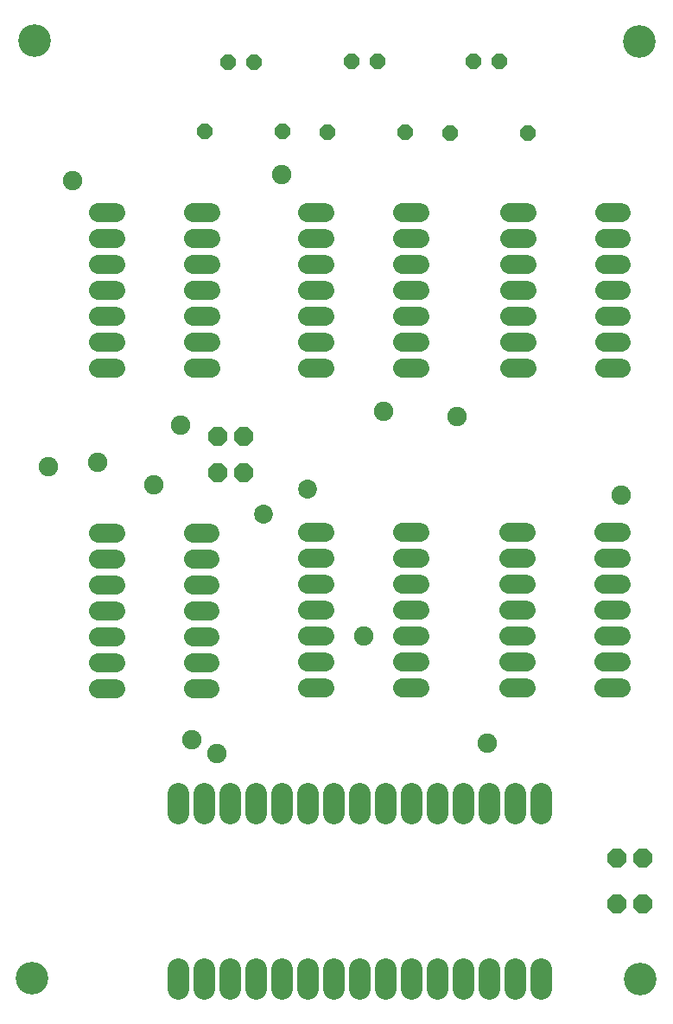
<source format=gts>
G75*
%MOIN*%
%OFA0B0*%
%FSLAX25Y25*%
%IPPOS*%
%LPD*%
%AMOC8*
5,1,8,0,0,1.08239X$1,22.5*
%
%ADD10C,0.12611*%
%ADD11OC8,0.06000*%
%ADD12C,0.07400*%
%ADD13C,0.08477*%
%ADD14OC8,0.07100*%
%ADD15C,0.07493*%
%ADD16C,0.07300*%
D10*
X0016840Y0023536D03*
X0251477Y0023383D03*
X0250908Y0384745D03*
X0017713Y0385161D03*
D11*
X0083288Y0350185D03*
X0092460Y0377019D03*
X0102460Y0377019D03*
X0113288Y0350185D03*
X0130614Y0349861D03*
X0140059Y0377069D03*
X0150059Y0377069D03*
X0160614Y0349861D03*
X0177877Y0349668D03*
X0186967Y0377087D03*
X0196967Y0377087D03*
X0207877Y0349668D03*
D12*
X0207540Y0318807D02*
X0200940Y0318807D01*
X0200940Y0308807D02*
X0207540Y0308807D01*
X0207540Y0298807D02*
X0200940Y0298807D01*
X0200940Y0288807D02*
X0207540Y0288807D01*
X0207540Y0278807D02*
X0200940Y0278807D01*
X0200940Y0268807D02*
X0207540Y0268807D01*
X0207540Y0258807D02*
X0200940Y0258807D01*
X0166266Y0258807D02*
X0159666Y0258807D01*
X0159666Y0268807D02*
X0166266Y0268807D01*
X0166266Y0278807D02*
X0159666Y0278807D01*
X0159666Y0288807D02*
X0166266Y0288807D01*
X0166266Y0298807D02*
X0159666Y0298807D01*
X0159666Y0308807D02*
X0166266Y0308807D01*
X0166266Y0318807D02*
X0159666Y0318807D01*
X0129666Y0318807D02*
X0123066Y0318807D01*
X0123066Y0308807D02*
X0129666Y0308807D01*
X0129666Y0298807D02*
X0123066Y0298807D01*
X0123066Y0288807D02*
X0129666Y0288807D01*
X0129666Y0278807D02*
X0123066Y0278807D01*
X0123066Y0268807D02*
X0129666Y0268807D01*
X0129666Y0258807D02*
X0123066Y0258807D01*
X0085518Y0258807D02*
X0078918Y0258807D01*
X0078918Y0268807D02*
X0085518Y0268807D01*
X0085518Y0278807D02*
X0078918Y0278807D01*
X0078918Y0288807D02*
X0085518Y0288807D01*
X0085518Y0298807D02*
X0078918Y0298807D01*
X0078918Y0308807D02*
X0085518Y0308807D01*
X0085518Y0318807D02*
X0078918Y0318807D01*
X0048918Y0318807D02*
X0042318Y0318807D01*
X0042318Y0308807D02*
X0048918Y0308807D01*
X0048918Y0298807D02*
X0042318Y0298807D01*
X0042318Y0288807D02*
X0048918Y0288807D01*
X0048918Y0278807D02*
X0042318Y0278807D01*
X0042318Y0268807D02*
X0048918Y0268807D01*
X0048918Y0258807D02*
X0042318Y0258807D01*
X0042284Y0195333D02*
X0048884Y0195333D01*
X0048884Y0185333D02*
X0042284Y0185333D01*
X0042284Y0175333D02*
X0048884Y0175333D01*
X0048884Y0165333D02*
X0042284Y0165333D01*
X0042284Y0155333D02*
X0048884Y0155333D01*
X0048884Y0145333D02*
X0042284Y0145333D01*
X0042284Y0135333D02*
X0048884Y0135333D01*
X0078884Y0135333D02*
X0085484Y0135333D01*
X0085484Y0145333D02*
X0078884Y0145333D01*
X0078884Y0155333D02*
X0085484Y0155333D01*
X0085484Y0165333D02*
X0078884Y0165333D01*
X0078884Y0175333D02*
X0085484Y0175333D01*
X0085484Y0185333D02*
X0078884Y0185333D01*
X0078884Y0195333D02*
X0085484Y0195333D01*
X0123137Y0195657D02*
X0129737Y0195657D01*
X0129737Y0185657D02*
X0123137Y0185657D01*
X0123137Y0175657D02*
X0129737Y0175657D01*
X0129737Y0165657D02*
X0123137Y0165657D01*
X0123137Y0155657D02*
X0129737Y0155657D01*
X0129737Y0145657D02*
X0123137Y0145657D01*
X0123137Y0135657D02*
X0129737Y0135657D01*
X0159737Y0135657D02*
X0166337Y0135657D01*
X0166337Y0145657D02*
X0159737Y0145657D01*
X0159737Y0155657D02*
X0166337Y0155657D01*
X0166337Y0165657D02*
X0159737Y0165657D01*
X0159737Y0175657D02*
X0166337Y0175657D01*
X0166337Y0185657D02*
X0159737Y0185657D01*
X0159737Y0195657D02*
X0166337Y0195657D01*
X0200813Y0195710D02*
X0207413Y0195710D01*
X0207413Y0185710D02*
X0200813Y0185710D01*
X0200813Y0175710D02*
X0207413Y0175710D01*
X0207413Y0165710D02*
X0200813Y0165710D01*
X0200813Y0155710D02*
X0207413Y0155710D01*
X0207413Y0145710D02*
X0200813Y0145710D01*
X0200813Y0135710D02*
X0207413Y0135710D01*
X0237413Y0135710D02*
X0244013Y0135710D01*
X0244013Y0145710D02*
X0237413Y0145710D01*
X0237413Y0155710D02*
X0244013Y0155710D01*
X0244013Y0165710D02*
X0237413Y0165710D01*
X0237413Y0175710D02*
X0244013Y0175710D01*
X0244013Y0185710D02*
X0237413Y0185710D01*
X0237413Y0195710D02*
X0244013Y0195710D01*
X0244140Y0258807D02*
X0237540Y0258807D01*
X0237540Y0268807D02*
X0244140Y0268807D01*
X0244140Y0278807D02*
X0237540Y0278807D01*
X0237540Y0288807D02*
X0244140Y0288807D01*
X0244140Y0298807D02*
X0237540Y0298807D01*
X0237540Y0308807D02*
X0244140Y0308807D01*
X0244140Y0318807D02*
X0237540Y0318807D01*
D13*
X0213006Y0094886D02*
X0213006Y0087209D01*
X0203006Y0087209D02*
X0203006Y0094886D01*
X0193006Y0094886D02*
X0193006Y0087209D01*
X0183006Y0087209D02*
X0183006Y0094886D01*
X0173006Y0094886D02*
X0173006Y0087209D01*
X0163006Y0087209D02*
X0163006Y0094886D01*
X0153006Y0094886D02*
X0153006Y0087209D01*
X0143006Y0087209D02*
X0143006Y0094886D01*
X0133006Y0094886D02*
X0133006Y0087209D01*
X0123006Y0087209D02*
X0123006Y0094886D01*
X0113006Y0094886D02*
X0113006Y0087209D01*
X0103006Y0087209D02*
X0103006Y0094886D01*
X0093006Y0094886D02*
X0093006Y0087209D01*
X0083006Y0087209D02*
X0083006Y0094886D01*
X0073006Y0094886D02*
X0073006Y0087209D01*
X0073006Y0027209D02*
X0073006Y0019532D01*
X0083006Y0019532D02*
X0083006Y0027209D01*
X0093006Y0027209D02*
X0093006Y0019532D01*
X0103006Y0019532D02*
X0103006Y0027209D01*
X0113006Y0027209D02*
X0113006Y0019532D01*
X0123006Y0019532D02*
X0123006Y0027209D01*
X0133006Y0027209D02*
X0133006Y0019532D01*
X0143006Y0019532D02*
X0143006Y0027209D01*
X0153006Y0027209D02*
X0153006Y0019532D01*
X0163006Y0019532D02*
X0163006Y0027209D01*
X0173006Y0027209D02*
X0173006Y0019532D01*
X0183006Y0019532D02*
X0183006Y0027209D01*
X0193006Y0027209D02*
X0193006Y0019532D01*
X0203006Y0019532D02*
X0203006Y0027209D01*
X0213006Y0027209D02*
X0213006Y0019532D01*
D14*
X0242267Y0052194D03*
X0252267Y0052194D03*
X0252417Y0069962D03*
X0242417Y0069962D03*
X0098295Y0218493D03*
X0098225Y0232547D03*
X0088225Y0232547D03*
X0088295Y0218493D03*
D15*
X0073965Y0236914D03*
X0063754Y0213968D03*
X0041960Y0222696D03*
X0022927Y0220830D03*
X0078335Y0115600D03*
X0088102Y0110237D03*
X0144596Y0155570D03*
X0192512Y0114225D03*
X0244180Y0209959D03*
X0180682Y0240188D03*
X0152433Y0242163D03*
X0113138Y0333423D03*
X0032230Y0331301D03*
D16*
X0105874Y0202427D03*
X0123057Y0212084D03*
M02*

</source>
